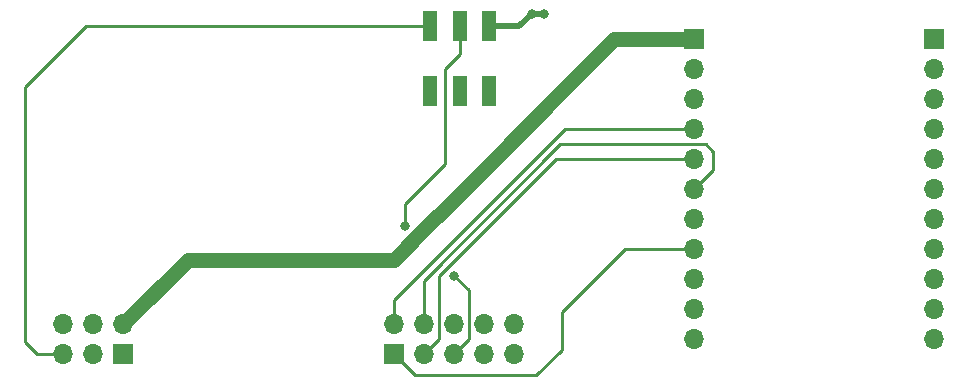
<source format=gtl>
G04 #@! TF.GenerationSoftware,KiCad,Pcbnew,6.0.2+dfsg-1*
G04 #@! TF.CreationDate,2023-11-01T20:44:52-06:00*
G04 #@! TF.ProjectId,ckt-dingdong-prog,636b742d-6469-46e6-9764-6f6e672d7072,rev?*
G04 #@! TF.SameCoordinates,Original*
G04 #@! TF.FileFunction,Copper,L1,Top*
G04 #@! TF.FilePolarity,Positive*
%FSLAX46Y46*%
G04 Gerber Fmt 4.6, Leading zero omitted, Abs format (unit mm)*
G04 Created by KiCad (PCBNEW 6.0.2+dfsg-1) date 2023-11-01 20:44:52*
%MOMM*%
%LPD*%
G01*
G04 APERTURE LIST*
G04 #@! TA.AperFunction,ComponentPad*
%ADD10R,1.700000X1.700000*%
G04 #@! TD*
G04 #@! TA.AperFunction,ComponentPad*
%ADD11O,1.700000X1.700000*%
G04 #@! TD*
G04 #@! TA.AperFunction,SMDPad,CuDef*
%ADD12R,1.200000X2.500000*%
G04 #@! TD*
G04 #@! TA.AperFunction,ViaPad*
%ADD13C,0.800000*%
G04 #@! TD*
G04 #@! TA.AperFunction,Conductor*
%ADD14C,0.254000*%
G04 #@! TD*
G04 #@! TA.AperFunction,Conductor*
%ADD15C,1.270000*%
G04 #@! TD*
G04 #@! TA.AperFunction,Conductor*
%ADD16C,0.250000*%
G04 #@! TD*
G04 #@! TA.AperFunction,Conductor*
%ADD17C,0.508000*%
G04 #@! TD*
G04 APERTURE END LIST*
D10*
X88905000Y-115575000D03*
D11*
X88905000Y-113035000D03*
X91445000Y-115575000D03*
X91445000Y-113035000D03*
X93985000Y-115575000D03*
X93985000Y-113035000D03*
X96525000Y-115575000D03*
X96525000Y-113035000D03*
X99065000Y-115575000D03*
X99065000Y-113035000D03*
D10*
X134620000Y-88900000D03*
D11*
X134620000Y-91440000D03*
X134620000Y-93980000D03*
X134620000Y-96520000D03*
X134620000Y-99060000D03*
X134620000Y-101600000D03*
X134620000Y-104140000D03*
X134620000Y-106680000D03*
X134620000Y-109220000D03*
X134620000Y-111760000D03*
X134620000Y-114300000D03*
D10*
X114300000Y-88900000D03*
D11*
X114300000Y-91440000D03*
X114300000Y-93980000D03*
X114300000Y-96520000D03*
X114300000Y-99060000D03*
X114300000Y-101600000D03*
X114300000Y-104140000D03*
X114300000Y-106680000D03*
X114300000Y-109220000D03*
X114300000Y-111760000D03*
X114300000Y-114300000D03*
D12*
X91988000Y-93301000D03*
X94488000Y-93301000D03*
X96988000Y-93301000D03*
X91988000Y-87801000D03*
X94488000Y-87801000D03*
X96988000Y-87801000D03*
D10*
X66025000Y-115575000D03*
D11*
X66025000Y-113035000D03*
X63485000Y-115575000D03*
X63485000Y-113035000D03*
X60945000Y-115575000D03*
X60945000Y-113035000D03*
D13*
X91567000Y-104902000D03*
X92964000Y-103505000D03*
X92265500Y-104203500D03*
X89852500Y-104711500D03*
X94043500Y-108902500D03*
X101600000Y-86741000D03*
X100584000Y-86741000D03*
D14*
X100965000Y-117348000D02*
X90678000Y-117348000D01*
X108458000Y-106680000D02*
X103124000Y-112014000D01*
X103124000Y-112014000D02*
X103124000Y-115189000D01*
X114300000Y-106680000D02*
X108458000Y-106680000D01*
X103124000Y-115189000D02*
X100965000Y-117348000D01*
X90678000Y-117348000D02*
X88905000Y-115575000D01*
D15*
X88905000Y-107564000D02*
X71496000Y-107564000D01*
X114300000Y-88900000D02*
X107569000Y-88900000D01*
X71496000Y-107564000D02*
X66025000Y-113035000D01*
X91567000Y-104902000D02*
X88905000Y-107564000D01*
X92964000Y-103505000D02*
X92265500Y-104203500D01*
X92265500Y-104203500D02*
X91567000Y-104902000D01*
X107569000Y-88900000D02*
X92964000Y-103505000D01*
D16*
X88905000Y-111003000D02*
X88905000Y-113035000D01*
X103378000Y-96520000D02*
X88900000Y-110998000D01*
X88900000Y-110998000D02*
X88905000Y-111003000D01*
X114300000Y-96520000D02*
X103378000Y-96520000D01*
D14*
X92710000Y-114310000D02*
X91445000Y-115575000D01*
X102616000Y-99060000D02*
X92710000Y-108966000D01*
X92710000Y-108966000D02*
X92710000Y-114310000D01*
X114300000Y-99060000D02*
X102616000Y-99060000D01*
D16*
X115316000Y-97790000D02*
X102997000Y-97790000D01*
X102997000Y-97790000D02*
X91445000Y-109342000D01*
X115951000Y-99949000D02*
X115951000Y-98425000D01*
X114300000Y-101600000D02*
X115951000Y-99949000D01*
X91445000Y-109342000D02*
X91445000Y-113035000D01*
X115951000Y-98425000D02*
X115316000Y-97790000D01*
X95250000Y-114310000D02*
X93985000Y-115575000D01*
X94488000Y-90170000D02*
X94488000Y-87801000D01*
X94043500Y-108902500D02*
X95250000Y-110109000D01*
X89852500Y-104711500D02*
X89852500Y-102806500D01*
X95250000Y-110109000D02*
X95250000Y-114310000D01*
X93218000Y-99441000D02*
X93218000Y-91440000D01*
X93218000Y-91440000D02*
X94488000Y-90170000D01*
X89852500Y-102806500D02*
X93218000Y-99441000D01*
D17*
X99524000Y-87801000D02*
X100584000Y-86741000D01*
X100584000Y-86741000D02*
X101600000Y-86741000D01*
X96988000Y-87801000D02*
X99524000Y-87801000D01*
D14*
X60945000Y-115575000D02*
X58679000Y-115575000D01*
X57658000Y-92964000D02*
X62821000Y-87801000D01*
X57658000Y-114554000D02*
X57658000Y-92964000D01*
X62821000Y-87801000D02*
X91988000Y-87801000D01*
X58679000Y-115575000D02*
X57658000Y-114554000D01*
M02*

</source>
